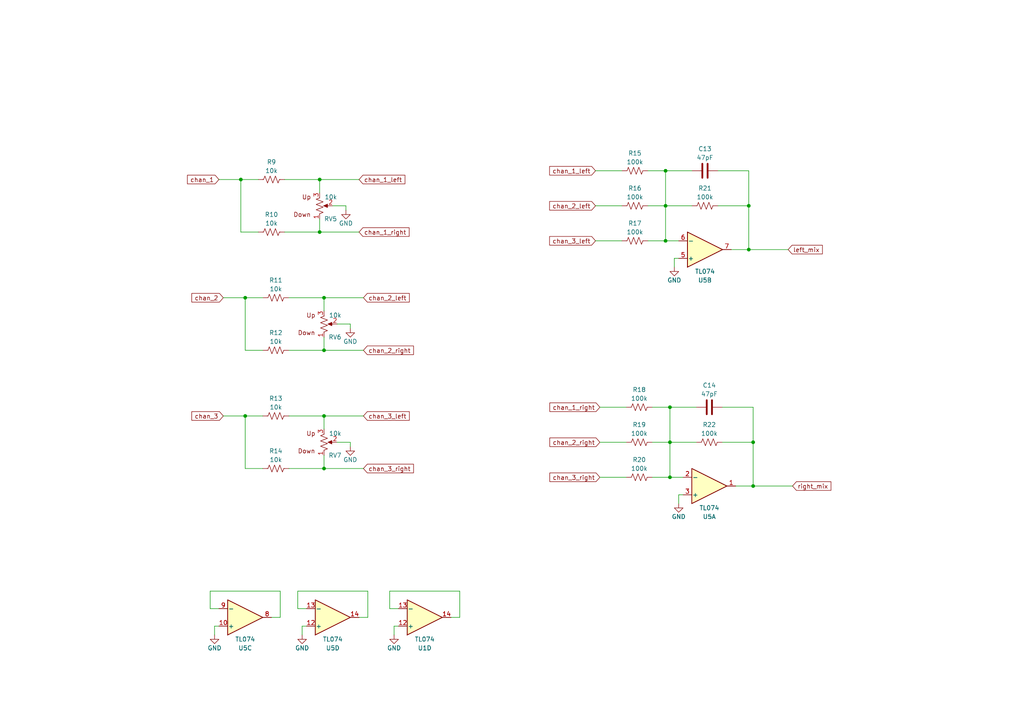
<source format=kicad_sch>
(kicad_sch (version 20231120) (generator "eeschema") (generator_version "8.0")
  (paper "A4")
  (title_block (title "Eurorack Output Mixer Module") (rev "0") (company "SVG Synthesis"))
  (lib_symbols
    (symbol "power:GND" (power) (pin_names (offset 0))
      (property "Value" "GND" (at 0 -3.81 0))
      (symbol "GND_0_1"
        (polyline (pts (xy 0 0) (xy 0 -1.27) (xy 1.27 -1.27) (xy 0 -2.54) (xy -1.27 -1.27) (xy 0 -1.27)))
      )
      (symbol "GND_1_1"
        (pin power_in line (at 0 0 270) (length 0) hide (name "GND") (number "1"))
      )
    )
    (symbol "synthesis:ALPHAPOT_10K" (pin_names (offset 1.016) hide)
      (property "Reference" "RV" (at 2.54 3.81 0))
      (property "Value" "10k" (at 2.54 -2.54 0))
      (symbol "ALPHAPOT_10K_0_1"
        (polyline (pts (xy 0 -2.286) (xy 0 -2.54)))
        (polyline (pts (xy 0 2.54) (xy 0 2.286)))
        (polyline (pts (xy 2.54 0) (xy 1.524 0)))
        (polyline (pts (xy 1.143 0) (xy 2.286 0.508) (xy 2.286 -0.508) (xy 1.143 0)) (fill (type outline)))
        (polyline (pts (xy 0 -0.762) (xy 1.016 -1.143) (xy 0 -1.524) (xy -1.016 -1.905) (xy 0 -2.286)))
        (polyline (pts (xy 0 0.762) (xy 1.016 0.381) (xy 0 0) (xy -1.016 -0.381) (xy 0 -0.762)))
        (polyline (pts (xy 0 2.286) (xy 1.016 1.905) (xy 0 1.524) (xy -1.016 1.143) (xy 0 0.762)))
      )
      (symbol "ALPHAPOT_10K_1_1"
        (text "Down" (at -5.08 2.54 0) (effects (font (size 1.27 1.27))))
        (text "Up" (at -3.81 -2.54 0) (effects (font (size 1.27 1.27))))
        (pin passive line (at 0 3.81 270) (length 1.27) (name "1") (number "1"))
        (pin passive line (at 3.81 0 180) (length 1.27) (name "2") (number "2"))
        (pin passive line (at 0 -3.81 90) (length 1.27) (name "3") (number "3"))
      )
    )
    (symbol "synthesis:CAP_47PF_0603_COG" (pin_numbers hide) (pin_names (offset 0.254))
      (property "Reference" "C" (at 0.635 2.54 0))
      (property "Value" "47pF" (at 0.635 -2.54 0))
      (symbol "CAP_47PF_0603_COG_0_1"
        (polyline (pts (xy -2.032 -0.762) (xy 2.032 -0.762)) (stroke (width 0.508)))
        (polyline (pts (xy -2.032 0.762) (xy 2.032 0.762)) (stroke (width 0.508)))
      )
      (symbol "CAP_47PF_0603_COG_1_1"
        (pin passive line (at 0 3.81 270) (length 2.794) (name "~") (number "1"))
        (pin passive line (at 0 -3.81 90) (length 2.794) (name "~") (number "2"))
      )
    )
    (symbol "synthesis:RES_100k_0603" (pin_numbers hide) (pin_names (offset 0))
      (property "Reference" "R" (at 2.54 0 90))
      (property "Value" "100k" (at -2.54 0 90))
      (symbol "RES_100k_0603_0_1"
        (polyline (pts (xy 0 -2.286) (xy 0 -2.54)))
        (polyline (pts (xy 0 2.286) (xy 0 2.54)))
        (polyline (pts (xy 0 -0.762) (xy 1.016 -1.143) (xy 0 -1.524) (xy -1.016 -1.905) (xy 0 -2.286)))
        (polyline (pts (xy 0 0.762) (xy 1.016 0.381) (xy 0 0) (xy -1.016 -0.381) (xy 0 -0.762)))
        (polyline (pts (xy 0 2.286) (xy 1.016 1.905) (xy 0 1.524) (xy -1.016 1.143) (xy 0 0.762)))
      )
      (symbol "RES_100k_0603_1_1"
        (pin passive line (at 0 3.81 270) (length 1.27) (name "~") (number "1"))
        (pin passive line (at 0 -3.81 90) (length 1.27) (name "~") (number "2"))
      )
    )
    (symbol "synthesis:RES_10K_0603" (pin_numbers hide) (pin_names (offset 0))
      (property "Reference" "R" (at 2.54 0 90))
      (property "Value" "10k" (at -2.54 0 90))
      (symbol "RES_10K_0603_0_1"
        (polyline (pts (xy 0 -2.286) (xy 0 -2.54)))
        (polyline (pts (xy 0 2.286) (xy 0 2.54)))
        (polyline (pts (xy 0 -0.762) (xy 1.016 -1.143) (xy 0 -1.524) (xy -1.016 -1.905) (xy 0 -2.286)))
        (polyline (pts (xy 0 0.762) (xy 1.016 0.381) (xy 0 0) (xy -1.016 -0.381) (xy 0 -0.762)))
        (polyline (pts (xy 0 2.286) (xy 1.016 1.905) (xy 0 1.524) (xy -1.016 1.143) (xy 0 0.762)))
      )
      (symbol "RES_10K_0603_1_1"
        (pin passive line (at 0 3.81 270) (length 1.27) (name "~") (number "1"))
        (pin passive line (at 0 -3.81 90) (length 1.27) (name "~") (number "2"))
      )
    )
    (symbol "synthesis:TL074" (pin_names (offset 0.127))
      (property "Reference" "U" (at 0 5.08 0))
      (property "Value" "TL074" (at 0 -5.08 0))
      (symbol "TL074_1_1"
        (polyline (pts (xy -5.08 5.08) (xy 5.08 0) (xy -5.08 -5.08) (xy -5.08 5.08)) (stroke (width 0.254)) (fill (type background)))
        (pin output line (at 7.62 0 180) (length 2.54) (name "~") (number "1"))
        (pin input line (at -7.62 -2.54 0) (length 2.54) (name "-") (number "2"))
        (pin input line (at -7.62 2.54 0) (length 2.54) (name "+") (number "3"))
      )
      (symbol "TL074_2_1"
        (polyline (pts (xy -5.08 5.08) (xy 5.08 0) (xy -5.08 -5.08) (xy -5.08 5.08)) (stroke (width 0.254)) (fill (type background)))
        (pin input line (at -7.62 2.54 0) (length 2.54) (name "+") (number "5"))
        (pin input line (at -7.62 -2.54 0) (length 2.54) (name "-") (number "6"))
        (pin output line (at 7.62 0 180) (length 2.54) (name "~") (number "7"))
      )
      (symbol "TL074_3_1"
        (polyline (pts (xy -5.08 5.08) (xy 5.08 0) (xy -5.08 -5.08) (xy -5.08 5.08)) (stroke (width 0.254)) (fill (type background)))
        (pin input line (at -7.62 2.54 0) (length 2.54) (name "+") (number "10"))
        (pin output line (at 7.62 0 180) (length 2.54) (name "~") (number "8"))
        (pin input line (at -7.62 -2.54 0) (length 2.54) (name "-") (number "9"))
      )
      (symbol "TL074_4_1"
        (polyline (pts (xy -5.08 5.08) (xy 5.08 0) (xy -5.08 -5.08) (xy -5.08 5.08)) (stroke (width 0.254)) (fill (type background)))
        (pin input line (at -7.62 2.54 0) (length 2.54) (name "+") (number "12"))
        (pin input line (at -7.62 -2.54 0) (length 2.54) (name "-") (number "13"))
        (pin output line (at 7.62 0 180) (length 2.54) (name "~") (number "14"))
      )
      (symbol "TL074_5_1"
        (pin power_in line (at -2.54 -7.62 90) (length 3.81) (name "V-") (number "11"))
        (pin power_in line (at -2.54 7.62 270) (length 3.81) (name "V+") (number "4"))
      )
    )
  )
  (junction (at 193.04 49.53))
  (junction (at 93.98 135.89))
  (junction (at 93.98 101.6))
  (junction (at 71.12 120.65))
  (junction (at 69.85 52.07))
  (junction (at 93.98 120.65))
  (junction (at 92.71 52.07))
  (junction (at 92.71 67.31))
  (junction (at 218.44 140.97))
  (junction (at 193.04 59.69))
  (junction (at 194.31 128.27))
  (junction (at 71.12 86.36))
  (junction (at 217.17 72.39))
  (junction (at 218.44 128.27))
  (junction (at 194.31 118.11))
  (junction (at 217.17 59.69))
  (junction (at 193.04 69.85))
  (junction (at 194.31 138.43))
  (junction (at 93.98 86.36))
  (wire (pts (xy 193.04 59.69) (xy 193.04 69.85)))
  (wire (pts (xy 113.03 176.53) (xy 113.03 171.45)))
  (wire (pts (xy 200.66 49.53) (xy 193.04 49.53)))
  (wire (pts (xy 200.66 59.69) (xy 193.04 59.69)))
  (wire (pts (xy 93.98 86.36) (xy 93.98 90.17)))
  (wire (pts (xy 97.79 128.27) (xy 101.6 128.27)))
  (wire (pts (xy 97.79 93.98) (xy 101.6 93.98)))
  (wire (pts (xy 217.17 49.53) (xy 217.17 59.69)))
  (wire (pts (xy 93.98 135.89) (xy 105.41 135.89)))
  (wire (pts (xy 218.44 140.97) (xy 229.87 140.97)))
  (wire (pts (xy 83.82 86.36) (xy 93.98 86.36)))
  (wire (pts (xy 76.2 135.89) (xy 71.12 135.89)))
  (wire (pts (xy 64.77 120.65) (xy 71.12 120.65)))
  (wire (pts (xy 173.99 128.27) (xy 181.61 128.27)))
  (wire (pts (xy 87.63 184.15) (xy 87.63 181.61)))
  (wire (pts (xy 217.17 72.39) (xy 228.6 72.39)))
  (wire (pts (xy 193.04 69.85) (xy 196.85 69.85)))
  (wire (pts (xy 189.23 118.11) (xy 194.31 118.11)))
  (wire (pts (xy 195.58 77.47) (xy 195.58 74.93)))
  (wire (pts (xy 88.9 176.53) (xy 86.36 176.53)))
  (wire (pts (xy 172.72 59.69) (xy 180.34 59.69)))
  (wire (pts (xy 76.2 101.6) (xy 71.12 101.6)))
  (wire (pts (xy 187.96 49.53) (xy 193.04 49.53)))
  (wire (pts (xy 195.58 74.93) (xy 196.85 74.93)))
  (wire (pts (xy 133.35 171.45) (xy 133.35 179.07)))
  (wire (pts (xy 218.44 118.11) (xy 218.44 128.27)))
  (wire (pts (xy 62.23 181.61) (xy 63.5 181.61)))
  (wire (pts (xy 69.85 52.07) (xy 74.93 52.07)))
  (wire (pts (xy 71.12 120.65) (xy 76.2 120.65)))
  (wire (pts (xy 172.72 49.53) (xy 180.34 49.53)))
  (wire (pts (xy 193.04 49.53) (xy 193.04 59.69)))
  (wire (pts (xy 173.99 118.11) (xy 181.61 118.11)))
  (wire (pts (xy 63.5 176.53) (xy 60.96 176.53)))
  (wire (pts (xy 82.55 52.07) (xy 92.71 52.07)))
  (wire (pts (xy 189.23 138.43) (xy 194.31 138.43)))
  (wire (pts (xy 93.98 120.65) (xy 105.41 120.65)))
  (wire (pts (xy 81.28 171.45) (xy 81.28 179.07)))
  (wire (pts (xy 187.96 59.69) (xy 193.04 59.69)))
  (wire (pts (xy 209.55 118.11) (xy 218.44 118.11)))
  (wire (pts (xy 82.55 67.31) (xy 92.71 67.31)))
  (wire (pts (xy 113.03 171.45) (xy 133.35 171.45)))
  (wire (pts (xy 86.36 171.45) (xy 106.68 171.45)))
  (wire (pts (xy 100.33 59.69) (xy 100.33 60.96)))
  (wire (pts (xy 93.98 101.6) (xy 105.41 101.6)))
  (wire (pts (xy 115.57 176.53) (xy 113.03 176.53)))
  (wire (pts (xy 212.09 72.39) (xy 217.17 72.39)))
  (wire (pts (xy 71.12 101.6) (xy 71.12 86.36)))
  (wire (pts (xy 93.98 120.65) (xy 93.98 124.46)))
  (wire (pts (xy 101.6 93.98) (xy 101.6 95.25)))
  (wire (pts (xy 172.72 69.85) (xy 180.34 69.85)))
  (wire (pts (xy 60.96 171.45) (xy 81.28 171.45)))
  (wire (pts (xy 62.23 184.15) (xy 62.23 181.61)))
  (wire (pts (xy 63.5 52.07) (xy 69.85 52.07)))
  (wire (pts (xy 173.99 138.43) (xy 181.61 138.43)))
  (wire (pts (xy 130.81 179.07) (xy 133.35 179.07)))
  (wire (pts (xy 196.85 143.51) (xy 198.12 143.51)))
  (wire (pts (xy 93.98 97.79) (xy 93.98 101.6)))
  (wire (pts (xy 60.96 176.53) (xy 60.96 171.45)))
  (wire (pts (xy 217.17 59.69) (xy 217.17 72.39)))
  (wire (pts (xy 83.82 120.65) (xy 93.98 120.65)))
  (wire (pts (xy 86.36 176.53) (xy 86.36 171.45)))
  (wire (pts (xy 209.55 128.27) (xy 218.44 128.27)))
  (wire (pts (xy 92.71 63.5) (xy 92.71 67.31)))
  (wire (pts (xy 194.31 128.27) (xy 194.31 138.43)))
  (wire (pts (xy 196.85 146.05) (xy 196.85 143.51)))
  (wire (pts (xy 83.82 101.6) (xy 93.98 101.6)))
  (wire (pts (xy 92.71 52.07) (xy 104.14 52.07)))
  (wire (pts (xy 114.3 184.15) (xy 114.3 181.61)))
  (wire (pts (xy 64.77 86.36) (xy 71.12 86.36)))
  (wire (pts (xy 74.93 67.31) (xy 69.85 67.31)))
  (wire (pts (xy 101.6 128.27) (xy 101.6 129.54)))
  (wire (pts (xy 201.93 118.11) (xy 194.31 118.11)))
  (wire (pts (xy 69.85 67.31) (xy 69.85 52.07)))
  (wire (pts (xy 92.71 52.07) (xy 92.71 55.88)))
  (wire (pts (xy 87.63 181.61) (xy 88.9 181.61)))
  (wire (pts (xy 96.52 59.69) (xy 100.33 59.69)))
  (wire (pts (xy 189.23 128.27) (xy 194.31 128.27)))
  (wire (pts (xy 208.28 49.53) (xy 217.17 49.53)))
  (wire (pts (xy 81.28 179.07) (xy 78.74 179.07)))
  (wire (pts (xy 83.82 135.89) (xy 93.98 135.89)))
  (wire (pts (xy 92.71 67.31) (xy 104.14 67.31)))
  (wire (pts (xy 187.96 69.85) (xy 193.04 69.85)))
  (wire (pts (xy 93.98 132.08) (xy 93.98 135.89)))
  (wire (pts (xy 194.31 138.43) (xy 198.12 138.43)))
  (wire (pts (xy 208.28 59.69) (xy 217.17 59.69)))
  (wire (pts (xy 104.14 179.07) (xy 106.68 179.07)))
  (wire (pts (xy 93.98 86.36) (xy 105.41 86.36)))
  (wire (pts (xy 71.12 86.36) (xy 76.2 86.36)))
  (wire (pts (xy 213.36 140.97) (xy 218.44 140.97)))
  (wire (pts (xy 194.31 118.11) (xy 194.31 128.27)))
  (wire (pts (xy 218.44 128.27) (xy 218.44 140.97)))
  (wire (pts (xy 114.3 181.61) (xy 115.57 181.61)))
  (wire (pts (xy 201.93 128.27) (xy 194.31 128.27)))
  (wire (pts (xy 71.12 135.89) (xy 71.12 120.65)))
  (wire (pts (xy 106.68 171.45) (xy 106.68 179.07)))
  (global_label "right_mix" (shape input) (at 229.87 140.97 0) (property "Intersheetrefs" "${INTERSHEET_REFS}" (effects (hide yes))))
  (global_label "chan_2_right" (shape input) (at 173.99 128.27 180) (property "Intersheetrefs" "${INTERSHEET_REFS}" (effects (hide yes))))
  (global_label "chan_2" (shape input) (at 64.77 86.36 180) (property "Intersheetrefs" "${INTERSHEET_REFS}" (effects (hide yes))))
  (global_label "chan_1_left" (shape input) (at 104.14 52.07 0) (property "Intersheetrefs" "${INTERSHEET_REFS}" (effects (hide yes))))
  (global_label "chan_1_right" (shape input) (at 104.14 67.31 0) (property "Intersheetrefs" "${INTERSHEET_REFS}" (effects (hide yes))))
  (global_label "chan_3_left" (shape input) (at 105.41 120.65 0) (property "Intersheetrefs" "${INTERSHEET_REFS}" (effects (hide yes))))
  (global_label "chan_2_left" (shape input) (at 105.41 86.36 0) (property "Intersheetrefs" "${INTERSHEET_REFS}" (effects (hide yes))))
  (global_label "chan_1_left" (shape input) (at 172.72 49.53 180) (property "Intersheetrefs" "${INTERSHEET_REFS}" (effects (hide yes))))
  (global_label "chan_2_right" (shape input) (at 105.41 101.6 0) (property "Intersheetrefs" "${INTERSHEET_REFS}" (effects (hide yes))))
  (global_label "chan_3" (shape input) (at 64.77 120.65 180) (property "Intersheetrefs" "${INTERSHEET_REFS}" (effects (hide yes))))
  (global_label "chan_3_right" (shape input) (at 105.41 135.89 0) (property "Intersheetrefs" "${INTERSHEET_REFS}" (effects (hide yes))))
  (global_label "chan_3_left" (shape input) (at 172.72 69.85 180) (property "Intersheetrefs" "${INTERSHEET_REFS}" (effects (hide yes))))
  (global_label "chan_2_left" (shape input) (at 172.72 59.69 180) (property "Intersheetrefs" "${INTERSHEET_REFS}" (effects (hide yes))))
  (global_label "chan_1_right" (shape input) (at 173.99 118.11 180) (property "Intersheetrefs" "${INTERSHEET_REFS}" (effects (hide yes))))
  (global_label "chan_1" (shape input) (at 63.5 52.07 180) (property "Intersheetrefs" "${INTERSHEET_REFS}" (effects (hide yes))))
  (global_label "chan_3_right" (shape input) (at 173.99 138.43 180) (property "Intersheetrefs" "${INTERSHEET_REFS}" (effects (hide yes))))
  (global_label "left_mix" (shape input) (at 228.6 72.39 0) (property "Intersheetrefs" "${INTERSHEET_REFS}" (effects (hide yes))))
  (symbol (lib_id "synthesis:RES_100k_0603") (at 185.42 128.27 90) (unit 1)
    (property "Reference" "R19" (at 185.42 123.19 90))
    (property "Value" "100k" (at 185.42 125.73 90))
    (property "Footprint" "Resistor_SMD:R_0603_1608Metric" (effects (hide yes)))
    (property "MFR" "RC0603FR-07100KL" (effects (hide yes)))
    (property "MPN" "RC0603FR-07100KL" (effects (hide yes)))
    (property "LCSC" "C14675" (effects (hide yes)))
  )
  (symbol (lib_id "synthesis:RES_100k_0603") (at 204.47 59.69 90) (unit 1)
    (property "Reference" "R21" (at 204.47 54.61 90))
    (property "Value" "100k" (at 204.47 57.15 90))
    (property "Footprint" "Resistor_SMD:R_0603_1608Metric" (effects (hide yes)))
    (property "MFR" "RC0603FR-07100KL" (effects (hide yes)))
    (property "MPN" "RC0603FR-07100KL" (effects (hide yes)))
    (property "LCSC" "C14675" (effects (hide yes)))
  )
  (symbol (lib_id "synthesis:TL074") (at 96.52 179.07 0) (mirror x) (unit 4)
    (property "Reference" "U5" (at 96.52 187.96 0))
    (property "Value" "TL074" (at 96.52 185.42 0))
    (property "Footprint" "Package_SO:TSSOP-14_4.4x5mm_P0.65mm" (effects (hide yes)))
    (property "Datasheet" "http://www.ti.com/lit/ds/symlink/lm2902-n.pdf" (effects (hide yes)))
    (property "MFR" "TI" (effects (hide yes)))
    (property "MPN" "TL074CPWR" (effects (hide yes)))
    (property "LCSC" "C96507" (effects (hide yes)))
  )
  (symbol (lib_id "power:GND") (at 101.6 95.25 0) (unit 1)
    (property "Reference" "#PWR024" (effects (hide yes)))
    (property "Value" "GND" (at 101.6 99.06 0))
  )
  (symbol (lib_id "synthesis:ALPHAPOT_10K") (at 93.98 93.98 0) (mirror x) (unit 1)
    (property "Reference" "RV6" (at 99.06 97.79 0) (effects (justify right)))
    (property "Value" "10k" (at 99.06 91.44 0) (effects (justify right)))
    (property "Footprint" "Potentiometer_THT:Potentiometer_Alpha_RD901F-40-00D_Single_Vertical" (effects (hide yes)))
    (property "MFR" "ALPHA" (effects (hide yes)))
    (property "MPN" "RD901F-40-00D" (effects (hide yes)))
  )
  (symbol (lib_id "synthesis:RES_10K_0603") (at 80.01 86.36 90) (unit 1)
    (property "Reference" "R11" (at 80.01 81.28 90))
    (property "Value" "10k" (at 80.01 83.82 90))
    (property "Footprint" "Resistor_SMD:R_0603_1608Metric" (effects (hide yes)))
    (property "MFR" "YAGEO" (effects (hide yes)))
    (property "MPN" "RC0603FR-0710KL" (effects (hide yes)))
    (property "LCSC" "C98220" (effects (hide yes)))
  )
  (symbol (lib_id "power:GND") (at 114.3 184.15 0) (unit 1)
    (property "Reference" "#PWR075" (effects (hide yes)))
    (property "Value" "GND" (at 114.3 187.96 0))
  )
  (symbol (lib_id "synthesis:TL074") (at 71.12 179.07 0) (mirror x) (unit 3)
    (property "Reference" "U5" (at 71.12 187.96 0))
    (property "Value" "TL074" (at 71.12 185.42 0))
    (property "Footprint" "Package_SO:TSSOP-14_4.4x5mm_P0.65mm" (effects (hide yes)))
    (property "Datasheet" "http://www.ti.com/lit/ds/symlink/lm2902-n.pdf" (effects (hide yes)))
    (property "MFR" "TI" (effects (hide yes)))
    (property "MPN" "TL074CPWR" (effects (hide yes)))
    (property "LCSC" "C96507" (effects (hide yes)))
  )
  (symbol (lib_id "synthesis:RES_10K_0603") (at 78.74 52.07 90) (unit 1)
    (property "Reference" "R9" (at 78.74 46.99 90))
    (property "Value" "10k" (at 78.74 49.53 90))
    (property "Footprint" "Resistor_SMD:R_0603_1608Metric" (effects (hide yes)))
    (property "MFR" "YAGEO" (effects (hide yes)))
    (property "MPN" "RC0603FR-0710KL" (effects (hide yes)))
    (property "LCSC" "C98220" (effects (hide yes)))
  )
  (symbol (lib_id "synthesis:CAP_47PF_0603_COG") (at 204.47 49.53 90) (unit 1)
    (property "Reference" "C13" (at 204.47 43.18 90))
    (property "Value" "47pF" (at 204.47 45.72 90))
    (property "Footprint" "Capacitor_SMD:C_0603_1608Metric" (effects (hide yes)))
    (property "MFR" "YAGEO" (effects (hide yes)))
    (property "MPN" "CC0603JRNPO9BN470" (effects (hide yes)))
    (property "LCSC" "C105622" (effects (hide yes)))
  )
  (symbol (lib_id "synthesis:RES_100k_0603") (at 184.15 49.53 90) (unit 1)
    (property "Reference" "R15" (at 184.15 44.45 90))
    (property "Value" "100k" (at 184.15 46.99 90))
    (property "Footprint" "Resistor_SMD:R_0603_1608Metric" (effects (hide yes)))
    (property "MFR" "RC0603FR-07100KL" (effects (hide yes)))
    (property "MPN" "RC0603FR-07100KL" (effects (hide yes)))
    (property "LCSC" "C14675" (effects (hide yes)))
  )
  (symbol (lib_id "synthesis:RES_100k_0603") (at 185.42 138.43 90) (unit 1)
    (property "Reference" "R20" (at 185.42 133.35 90))
    (property "Value" "100k" (at 185.42 135.89 90))
    (property "Footprint" "Resistor_SMD:R_0603_1608Metric" (effects (hide yes)))
    (property "MFR" "RC0603FR-07100KL" (effects (hide yes)))
    (property "MPN" "RC0603FR-07100KL" (effects (hide yes)))
    (property "LCSC" "C14675" (effects (hide yes)))
  )
  (symbol (lib_id "power:GND") (at 101.6 129.54 0) (unit 1)
    (property "Reference" "#PWR025" (effects (hide yes)))
    (property "Value" "GND" (at 101.6 133.35 0))
  )
  (symbol (lib_id "synthesis:RES_10K_0603") (at 80.01 135.89 90) (unit 1)
    (property "Reference" "R14" (at 80.01 130.81 90))
    (property "Value" "10k" (at 80.01 133.35 90))
    (property "Footprint" "Resistor_SMD:R_0603_1608Metric" (effects (hide yes)))
    (property "MFR" "YAGEO" (effects (hide yes)))
    (property "MPN" "RC0603FR-0710KL" (effects (hide yes)))
    (property "LCSC" "C98220" (effects (hide yes)))
  )
  (symbol (lib_id "synthesis:RES_100k_0603") (at 184.15 69.85 90) (unit 1)
    (property "Reference" "R17" (at 184.15 64.77 90))
    (property "Value" "100k" (at 184.15 67.31 90))
    (property "Footprint" "Resistor_SMD:R_0603_1608Metric" (effects (hide yes)))
    (property "MFR" "RC0603FR-07100KL" (effects (hide yes)))
    (property "MPN" "RC0603FR-07100KL" (effects (hide yes)))
    (property "LCSC" "C14675" (effects (hide yes)))
  )
  (symbol (lib_id "synthesis:RES_100k_0603") (at 184.15 59.69 90) (unit 1)
    (property "Reference" "R16" (at 184.15 54.61 90))
    (property "Value" "100k" (at 184.15 57.15 90))
    (property "Footprint" "Resistor_SMD:R_0603_1608Metric" (effects (hide yes)))
    (property "MFR" "RC0603FR-07100KL" (effects (hide yes)))
    (property "MPN" "RC0603FR-07100KL" (effects (hide yes)))
    (property "LCSC" "C14675" (effects (hide yes)))
  )
  (symbol (lib_id "power:GND") (at 195.58 77.47 0) (unit 1)
    (property "Reference" "#PWR026" (effects (hide yes)))
    (property "Value" "GND" (at 195.58 81.28 0))
  )
  (symbol (lib_id "synthesis:CAP_47PF_0603_COG") (at 205.74 118.11 90) (unit 1)
    (property "Reference" "C14" (at 205.74 111.76 90))
    (property "Value" "47pF" (at 205.74 114.3 90))
    (property "Footprint" "Capacitor_SMD:C_0603_1608Metric" (effects (hide yes)))
    (property "MFR" "YAGEO" (effects (hide yes)))
    (property "MPN" "CC0603JRNPO9BN470" (effects (hide yes)))
    (property "LCSC" "C105622" (effects (hide yes)))
  )
  (symbol (lib_id "synthesis:RES_100k_0603") (at 185.42 118.11 90) (unit 1)
    (property "Reference" "R18" (at 185.42 113.03 90))
    (property "Value" "100k" (at 185.42 115.57 90))
    (property "Footprint" "Resistor_SMD:R_0603_1608Metric" (effects (hide yes)))
    (property "MFR" "RC0603FR-07100KL" (effects (hide yes)))
    (property "MPN" "RC0603FR-07100KL" (effects (hide yes)))
    (property "LCSC" "C14675" (effects (hide yes)))
  )
  (symbol (lib_id "synthesis:RES_10K_0603") (at 80.01 101.6 90) (unit 1)
    (property "Reference" "R12" (at 80.01 96.52 90))
    (property "Value" "10k" (at 80.01 99.06 90))
    (property "Footprint" "Resistor_SMD:R_0603_1608Metric" (effects (hide yes)))
    (property "MFR" "YAGEO" (effects (hide yes)))
    (property "MPN" "RC0603FR-0710KL" (effects (hide yes)))
    (property "LCSC" "C98220" (effects (hide yes)))
  )
  (symbol (lib_id "synthesis:RES_10K_0603") (at 80.01 120.65 90) (unit 1)
    (property "Reference" "R13" (at 80.01 115.57 90))
    (property "Value" "10k" (at 80.01 118.11 90))
    (property "Footprint" "Resistor_SMD:R_0603_1608Metric" (effects (hide yes)))
    (property "MFR" "YAGEO" (effects (hide yes)))
    (property "MPN" "RC0603FR-0710KL" (effects (hide yes)))
    (property "LCSC" "C98220" (effects (hide yes)))
  )
  (symbol (lib_id "synthesis:TL074") (at 123.19 179.07 0) (mirror x) (unit 4)
    (property "Reference" "U1" (at 123.19 187.96 0))
    (property "Value" "TL074" (at 123.19 185.42 0))
    (property "Footprint" "Package_SO:TSSOP-14_4.4x5mm_P0.65mm" (effects (hide yes)))
    (property "Datasheet" "http://www.ti.com/lit/ds/symlink/lm2902-n.pdf" (effects (hide yes)))
    (property "MFR" "TI" (effects (hide yes)))
    (property "MPN" "TL074CPWR" (effects (hide yes)))
    (property "LCSC" "C96507" (effects (hide yes)))
  )
  (symbol (lib_id "synthesis:RES_100k_0603") (at 205.74 128.27 90) (unit 1)
    (property "Reference" "R22" (at 205.74 123.19 90))
    (property "Value" "100k" (at 205.74 125.73 90))
    (property "Footprint" "Resistor_SMD:R_0603_1608Metric" (effects (hide yes)))
    (property "MFR" "RC0603FR-07100KL" (effects (hide yes)))
    (property "MPN" "RC0603FR-07100KL" (effects (hide yes)))
    (property "LCSC" "C14675" (effects (hide yes)))
  )
  (symbol (lib_id "power:GND") (at 196.85 146.05 0) (unit 1)
    (property "Reference" "#PWR027" (effects (hide yes)))
    (property "Value" "GND" (at 196.85 149.86 0))
  )
  (symbol (lib_id "synthesis:ALPHAPOT_10K") (at 93.98 128.27 0) (mirror x) (unit 1)
    (property "Reference" "RV7" (at 99.06 132.08 0) (effects (justify right)))
    (property "Value" "10k" (at 99.06 125.73 0) (effects (justify right)))
    (property "Footprint" "Potentiometer_THT:Potentiometer_Alpha_RD901F-40-00D_Single_Vertical" (effects (hide yes)))
    (property "MFR" "ALPHA" (effects (hide yes)))
    (property "MPN" "RD901F-40-00D" (effects (hide yes)))
  )
  (symbol (lib_id "synthesis:TL074") (at 204.47 72.39 0) (mirror x) (unit 2)
    (property "Reference" "U5" (at 204.47 81.28 0))
    (property "Value" "TL074" (at 204.47 78.74 0))
    (property "Footprint" "Package_SO:TSSOP-14_4.4x5mm_P0.65mm" (effects (hide yes)))
    (property "Datasheet" "http://www.ti.com/lit/ds/symlink/lm2902-n.pdf" (effects (hide yes)))
    (property "MFR" "TI" (effects (hide yes)))
    (property "MPN" "TL074CPWR" (effects (hide yes)))
    (property "LCSC" "C96507" (effects (hide yes)))
  )
  (symbol (lib_id "synthesis:ALPHAPOT_10K") (at 92.71 59.69 0) (mirror x) (unit 1)
    (property "Reference" "RV5" (at 97.79 63.5 0) (effects (justify right)))
    (property "Value" "10k" (at 97.79 57.15 0) (effects (justify right)))
    (property "Footprint" "Potentiometer_THT:Potentiometer_Alpha_RD901F-40-00D_Single_Vertical" (effects (hide yes)))
    (property "MFR" "ALPHA" (effects (hide yes)))
    (property "MPN" "RD901F-40-00D" (effects (hide yes)))
  )
  (symbol (lib_id "power:GND") (at 62.23 184.15 0) (unit 1)
    (property "Reference" "#PWR077" (effects (hide yes)))
    (property "Value" "GND" (at 62.23 187.96 0))
  )
  (symbol (lib_id "power:GND") (at 100.33 60.96 0) (unit 1)
    (property "Reference" "#PWR023" (effects (hide yes)))
    (property "Value" "GND" (at 100.33 64.77 0))
  )
  (symbol (lib_id "synthesis:RES_10K_0603") (at 78.74 67.31 90) (unit 1)
    (property "Reference" "R10" (at 78.74 62.23 90))
    (property "Value" "10k" (at 78.74 64.77 90))
    (property "Footprint" "Resistor_SMD:R_0603_1608Metric" (effects (hide yes)))
    (property "MFR" "YAGEO" (effects (hide yes)))
    (property "MPN" "RC0603FR-0710KL" (effects (hide yes)))
    (property "LCSC" "C98220" (effects (hide yes)))
  )
  (symbol (lib_id "power:GND") (at 87.63 184.15 0) (unit 1)
    (property "Reference" "#PWR076" (effects (hide yes)))
    (property "Value" "GND" (at 87.63 187.96 0))
  )
  (symbol (lib_id "synthesis:TL074") (at 205.74 140.97 0) (mirror x) (unit 1)
    (property "Reference" "U5" (at 205.74 149.86 0))
    (property "Value" "TL074" (at 205.74 147.32 0))
    (property "Footprint" "Package_SO:TSSOP-14_4.4x5mm_P0.65mm" (effects (hide yes)))
    (property "Datasheet" "http://www.ti.com/lit/ds/symlink/lm2902-n.pdf" (effects (hide yes)))
    (property "MFR" "TI" (effects (hide yes)))
    (property "MPN" "TL074CPWR" (effects (hide yes)))
    (property "LCSC" "C96507" (effects (hide yes)))
  )
)
</source>
